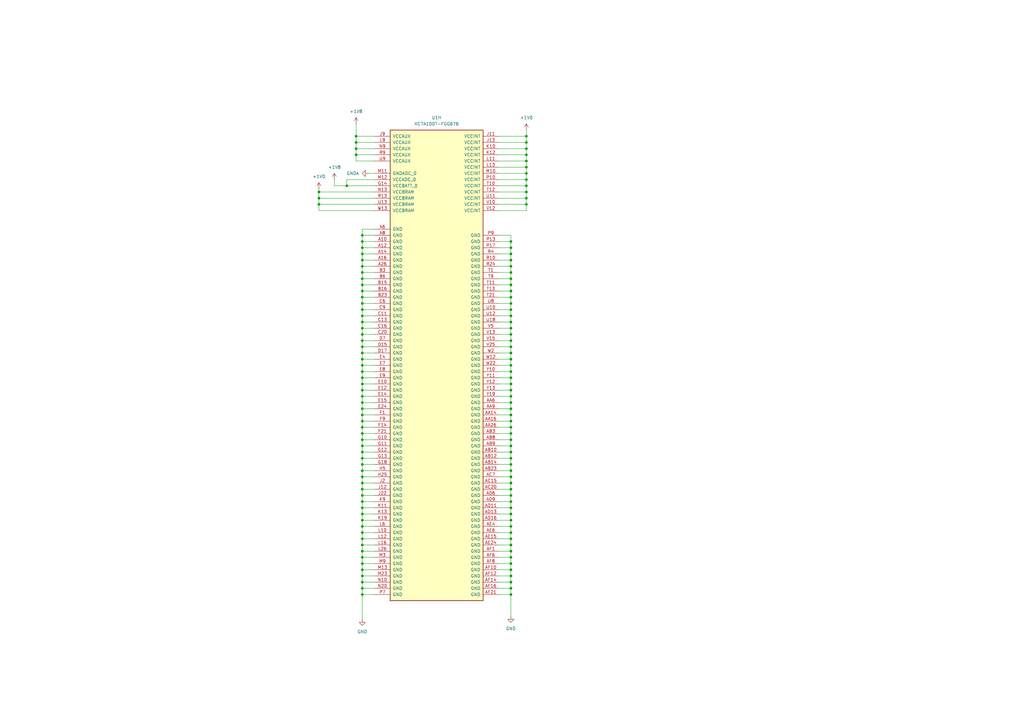
<source format=kicad_sch>
(kicad_sch (version 20231120) (generator "eeschema") (generator_version "8.0")
  (paper "A3")
  (junction (at 209.55 121.92))
  (junction (at 209.55 129.54))
  (junction (at 209.55 241.3))
  (junction (at 148.59 243.84))
  (junction (at 146.05 58.42))
  (junction (at 209.55 231.14))
  (junction (at 148.59 127))
  (junction (at 209.55 175.26))
  (junction (at 148.59 200.66))
  (junction (at 209.55 160.02))
  (junction (at 209.55 228.6))
  (junction (at 130.81 81.28))
  (junction (at 209.55 218.44))
  (junction (at 209.55 167.64))
  (junction (at 209.55 233.68))
  (junction (at 215.9 73.66))
  (junction (at 215.9 81.28))
  (junction (at 148.59 116.84))
  (junction (at 215.9 76.2))
  (junction (at 146.05 60.96))
  (junction (at 209.55 139.7))
  (junction (at 148.59 142.24))
  (junction (at 148.59 132.08))
  (junction (at 148.59 177.8))
  (junction (at 215.9 78.74))
  (junction (at 148.59 223.52))
  (junction (at 148.59 213.36))
  (junction (at 148.59 109.22))
  (junction (at 215.9 68.58))
  (junction (at 148.59 215.9))
  (junction (at 209.55 111.76))
  (junction (at 146.05 55.88))
  (junction (at 209.55 132.08))
  (junction (at 209.55 119.38))
  (junction (at 148.59 152.4))
  (junction (at 209.55 200.66))
  (junction (at 209.55 104.14))
  (junction (at 209.55 236.22))
  (junction (at 148.59 104.14))
  (junction (at 209.55 238.76))
  (junction (at 148.59 144.78))
  (junction (at 209.55 165.1))
  (junction (at 148.59 170.18))
  (junction (at 148.59 137.16))
  (junction (at 209.55 185.42))
  (junction (at 209.55 198.12))
  (junction (at 209.55 157.48))
  (junction (at 209.55 193.04))
  (junction (at 215.9 55.88))
  (junction (at 209.55 162.56))
  (junction (at 215.9 66.04))
  (junction (at 148.59 167.64))
  (junction (at 148.59 187.96))
  (junction (at 209.55 177.8))
  (junction (at 148.59 180.34))
  (junction (at 148.59 119.38))
  (junction (at 148.59 241.3))
  (junction (at 148.59 203.2))
  (junction (at 148.59 154.94))
  (junction (at 209.55 215.9))
  (junction (at 148.59 139.7))
  (junction (at 209.55 142.24))
  (junction (at 148.59 226.06))
  (junction (at 148.59 172.72))
  (junction (at 148.59 238.76))
  (junction (at 142.24 76.2))
  (junction (at 148.59 157.48))
  (junction (at 209.55 205.74))
  (junction (at 209.55 210.82))
  (junction (at 148.59 121.92))
  (junction (at 209.55 101.6))
  (junction (at 148.59 124.46))
  (junction (at 148.59 182.88))
  (junction (at 209.55 226.06))
  (junction (at 209.55 109.22))
  (junction (at 209.55 208.28))
  (junction (at 209.55 124.46))
  (junction (at 215.9 71.12))
  (junction (at 148.59 175.26))
  (junction (at 148.59 106.68))
  (junction (at 209.55 114.3))
  (junction (at 148.59 218.44))
  (junction (at 209.55 154.94))
  (junction (at 148.59 160.02))
  (junction (at 209.55 220.98))
  (junction (at 209.55 203.2))
  (junction (at 209.55 147.32))
  (junction (at 209.55 127))
  (junction (at 209.55 187.96))
  (junction (at 209.55 170.18))
  (junction (at 148.59 231.14))
  (junction (at 148.59 162.56))
  (junction (at 148.59 96.52))
  (junction (at 209.55 137.16))
  (junction (at 148.59 220.98))
  (junction (at 209.55 213.36))
  (junction (at 215.9 58.42))
  (junction (at 209.55 144.78))
  (junction (at 209.55 190.5))
  (junction (at 148.59 149.86))
  (junction (at 130.81 78.74))
  (junction (at 148.59 134.62))
  (junction (at 148.59 129.54))
  (junction (at 148.59 205.74))
  (junction (at 148.59 190.5))
  (junction (at 148.59 111.76))
  (junction (at 209.55 106.68))
  (junction (at 209.55 99.06))
  (junction (at 209.55 180.34))
  (junction (at 209.55 116.84))
  (junction (at 148.59 195.58))
  (junction (at 146.05 63.5))
  (junction (at 148.59 208.28))
  (junction (at 130.81 83.82))
  (junction (at 148.59 99.06))
  (junction (at 215.9 63.5))
  (junction (at 209.55 243.84))
  (junction (at 148.59 233.68))
  (junction (at 209.55 152.4))
  (junction (at 148.59 165.1))
  (junction (at 148.59 101.6))
  (junction (at 148.59 228.6))
  (junction (at 148.59 114.3))
  (junction (at 209.55 223.52))
  (junction (at 209.55 172.72))
  (junction (at 148.59 198.12))
  (junction (at 148.59 210.82))
  (junction (at 215.9 60.96))
  (junction (at 148.59 193.04))
  (junction (at 209.55 182.88))
  (junction (at 148.59 147.32))
  (junction (at 215.9 83.82))
  (junction (at 148.59 236.22))
  (junction (at 148.59 185.42))
  (junction (at 209.55 195.58))
  (junction (at 209.55 134.62))
  (junction (at 209.55 149.86))
  (wire (pts (xy 148.59 96.52) (xy 153.67 96.52)))
  (wire (pts (xy 153.67 93.98) (xy 148.59 93.98)))
  (wire (pts (xy 209.55 106.68) (xy 209.55 104.14)))
  (wire (pts (xy 148.59 99.06) (xy 153.67 99.06)))
  (wire (pts (xy 148.59 165.1) (xy 148.59 167.64)))
  (wire (pts (xy 204.47 101.6) (xy 209.55 101.6)))
  (wire (pts (xy 153.67 129.54) (xy 148.59 129.54)))
  (wire (pts (xy 204.47 119.38) (xy 209.55 119.38)))
  (wire (pts (xy 204.47 139.7) (xy 209.55 139.7)))
  (wire (pts (xy 148.59 116.84) (xy 148.59 119.38)))
  (wire (pts (xy 204.47 142.24) (xy 209.55 142.24)))
  (wire (pts (xy 209.55 231.14) (xy 209.55 228.6)))
  (wire (pts (xy 148.59 111.76) (xy 148.59 114.3)))
  (wire (pts (xy 153.67 66.04) (xy 146.05 66.04)))
  (wire (pts (xy 148.59 210.82) (xy 148.59 213.36)))
  (wire (pts (xy 209.55 220.98) (xy 209.55 218.44)))
  (wire (pts (xy 204.47 165.1) (xy 209.55 165.1)))
  (wire (pts (xy 204.47 182.88) (xy 209.55 182.88)))
  (wire (pts (xy 148.59 101.6) (xy 153.67 101.6)))
  (wire (pts (xy 148.59 172.72) (xy 148.59 175.26)))
  (wire (pts (xy 153.67 208.28) (xy 148.59 208.28)))
  (wire (pts (xy 148.59 157.48) (xy 148.59 160.02)))
  (wire (pts (xy 204.47 213.36) (xy 209.55 213.36)))
  (wire (pts (xy 209.55 226.06) (xy 209.55 223.52)))
  (wire (pts (xy 209.55 213.36) (xy 209.55 210.82)))
  (wire (pts (xy 148.59 127) (xy 153.67 127)))
  (wire (pts (xy 204.47 83.82) (xy 215.9 83.82)))
  (wire (pts (xy 148.59 167.64) (xy 148.59 170.18)))
  (wire (pts (xy 204.47 114.3) (xy 209.55 114.3)))
  (wire (pts (xy 209.55 165.1) (xy 209.55 162.56)))
  (wire (pts (xy 209.55 127) (xy 209.55 124.46)))
  (wire (pts (xy 204.47 203.2) (xy 209.55 203.2)))
  (wire (pts (xy 215.9 55.88) (xy 215.9 53.34)))
  (wire (pts (xy 209.55 124.46) (xy 209.55 121.92)))
  (wire (pts (xy 148.59 104.14) (xy 148.59 106.68)))
  (wire (pts (xy 204.47 175.26) (xy 209.55 175.26)))
  (wire (pts (xy 130.81 81.28) (xy 153.67 81.28)))
  (wire (pts (xy 209.55 170.18) (xy 209.55 167.64)))
  (wire (pts (xy 204.47 106.68) (xy 209.55 106.68)))
  (wire (pts (xy 204.47 223.52) (xy 209.55 223.52)))
  (wire (pts (xy 130.81 83.82) (xy 153.67 83.82)))
  (wire (pts (xy 148.59 129.54) (xy 148.59 132.08)))
  (wire (pts (xy 137.16 73.66) (xy 137.16 76.2)))
  (wire (pts (xy 148.59 205.74) (xy 148.59 208.28)))
  (wire (pts (xy 148.59 198.12) (xy 148.59 200.66)))
  (wire (pts (xy 148.59 106.68) (xy 153.67 106.68)))
  (wire (pts (xy 148.59 187.96) (xy 148.59 190.5)))
  (wire (pts (xy 146.05 63.5) (xy 146.05 60.96)))
  (wire (pts (xy 209.55 152.4) (xy 209.55 149.86)))
  (wire (pts (xy 148.59 182.88) (xy 153.67 182.88)))
  (wire (pts (xy 148.59 177.8) (xy 153.67 177.8)))
  (wire (pts (xy 148.59 198.12) (xy 153.67 198.12)))
  (wire (pts (xy 215.9 71.12) (xy 215.9 68.58)))
  (wire (pts (xy 204.47 193.04) (xy 209.55 193.04)))
  (wire (pts (xy 204.47 218.44) (xy 209.55 218.44)))
  (wire (pts (xy 209.55 111.76) (xy 209.55 109.22)))
  (wire (pts (xy 148.59 152.4) (xy 153.67 152.4)))
  (wire (pts (xy 204.47 132.08) (xy 209.55 132.08)))
  (wire (pts (xy 204.47 137.16) (xy 209.55 137.16)))
  (wire (pts (xy 148.59 144.78) (xy 153.67 144.78)))
  (wire (pts (xy 204.47 144.78) (xy 209.55 144.78)))
  (wire (pts (xy 148.59 236.22) (xy 148.59 238.76)))
  (wire (pts (xy 209.55 238.76) (xy 209.55 236.22)))
  (wire (pts (xy 148.59 195.58) (xy 153.67 195.58)))
  (wire (pts (xy 153.67 55.88) (xy 146.05 55.88)))
  (wire (pts (xy 148.59 170.18) (xy 148.59 172.72)))
  (wire (pts (xy 148.59 132.08) (xy 148.59 134.62)))
  (wire (pts (xy 209.55 121.92) (xy 209.55 119.38)))
  (wire (pts (xy 209.55 142.24) (xy 209.55 139.7)))
  (wire (pts (xy 204.47 73.66) (xy 215.9 73.66)))
  (wire (pts (xy 153.67 238.76) (xy 148.59 238.76)))
  (wire (pts (xy 209.55 119.38) (xy 209.55 116.84)))
  (wire (pts (xy 130.81 77.47) (xy 130.81 78.74)))
  (wire (pts (xy 209.55 101.6) (xy 209.55 99.06)))
  (wire (pts (xy 204.47 55.88) (xy 215.9 55.88)))
  (wire (pts (xy 146.05 55.88) (xy 146.05 50.8)))
  (wire (pts (xy 148.59 114.3) (xy 153.67 114.3)))
  (wire (pts (xy 148.59 96.52) (xy 148.59 99.06)))
  (wire (pts (xy 209.55 162.56) (xy 209.55 160.02)))
  (wire (pts (xy 204.47 66.04) (xy 215.9 66.04)))
  (wire (pts (xy 148.59 132.08) (xy 153.67 132.08)))
  (wire (pts (xy 148.59 147.32) (xy 148.59 149.86)))
  (wire (pts (xy 204.47 109.22) (xy 209.55 109.22)))
  (wire (pts (xy 153.67 228.6) (xy 148.59 228.6)))
  (wire (pts (xy 204.47 160.02) (xy 209.55 160.02)))
  (wire (pts (xy 153.67 157.48) (xy 148.59 157.48)))
  (wire (pts (xy 148.59 99.06) (xy 148.59 101.6)))
  (wire (pts (xy 153.67 121.92) (xy 148.59 121.92)))
  (wire (pts (xy 209.55 132.08) (xy 209.55 129.54)))
  (wire (pts (xy 209.55 109.22) (xy 209.55 106.68)))
  (wire (pts (xy 209.55 99.06) (xy 209.55 96.52)))
  (wire (pts (xy 204.47 185.42) (xy 209.55 185.42)))
  (wire (pts (xy 148.59 165.1) (xy 153.67 165.1)))
  (wire (pts (xy 137.16 76.2) (xy 142.24 76.2)))
  (wire (pts (xy 215.9 66.04) (xy 215.9 63.5)))
  (wire (pts (xy 209.55 185.42) (xy 209.55 182.88)))
  (wire (pts (xy 148.59 127) (xy 148.59 129.54)))
  (wire (pts (xy 148.59 152.4) (xy 148.59 154.94)))
  (wire (pts (xy 204.47 241.3) (xy 209.55 241.3)))
  (wire (pts (xy 209.55 167.64) (xy 209.55 165.1)))
  (wire (pts (xy 209.55 149.86) (xy 209.55 147.32)))
  (wire (pts (xy 148.59 241.3) (xy 148.59 243.84)))
  (wire (pts (xy 153.67 215.9) (xy 148.59 215.9)))
  (wire (pts (xy 148.59 142.24) (xy 153.67 142.24)))
  (wire (pts (xy 209.55 157.48) (xy 209.55 154.94)))
  (wire (pts (xy 148.59 177.8) (xy 148.59 180.34)))
  (wire (pts (xy 148.59 231.14) (xy 148.59 233.68)))
  (wire (pts (xy 204.47 190.5) (xy 209.55 190.5)))
  (wire (pts (xy 146.05 60.96) (xy 146.05 58.42)))
  (wire (pts (xy 209.55 218.44) (xy 209.55 215.9)))
  (wire (pts (xy 204.47 154.94) (xy 209.55 154.94)))
  (wire (pts (xy 142.24 76.2) (xy 153.67 76.2)))
  (wire (pts (xy 148.59 175.26) (xy 148.59 177.8)))
  (wire (pts (xy 209.55 182.88) (xy 209.55 180.34)))
  (wire (pts (xy 148.59 114.3) (xy 148.59 116.84)))
  (wire (pts (xy 204.47 231.14) (xy 209.55 231.14)))
  (wire (pts (xy 209.55 243.84) (xy 209.55 241.3)))
  (wire (pts (xy 148.59 147.32) (xy 153.67 147.32)))
  (wire (pts (xy 209.55 233.68) (xy 209.55 231.14)))
  (wire (pts (xy 148.59 220.98) (xy 148.59 223.52)))
  (wire (pts (xy 148.59 243.84) (xy 148.59 254)))
  (wire (pts (xy 209.55 203.2) (xy 209.55 200.66)))
  (wire (pts (xy 153.67 241.3) (xy 148.59 241.3)))
  (wire (pts (xy 142.24 73.66) (xy 142.24 76.2)))
  (wire (pts (xy 209.55 193.04) (xy 209.55 190.5)))
  (wire (pts (xy 148.59 162.56) (xy 148.59 165.1)))
  (wire (pts (xy 130.81 81.28) (xy 130.81 83.82)))
  (wire (pts (xy 148.59 109.22) (xy 148.59 111.76)))
  (wire (pts (xy 204.47 81.28) (xy 215.9 81.28)))
  (wire (pts (xy 148.59 200.66) (xy 153.67 200.66)))
  (wire (pts (xy 148.59 170.18) (xy 153.67 170.18)))
  (wire (pts (xy 204.47 127) (xy 209.55 127)))
  (wire (pts (xy 209.55 129.54) (xy 209.55 127)))
  (wire (pts (xy 153.67 205.74) (xy 148.59 205.74)))
  (wire (pts (xy 204.47 63.5) (xy 215.9 63.5)))
  (wire (pts (xy 204.47 167.64) (xy 209.55 167.64)))
  (wire (pts (xy 148.59 134.62) (xy 148.59 137.16)))
  (wire (pts (xy 148.59 160.02) (xy 153.67 160.02)))
  (wire (pts (xy 209.55 205.74) (xy 209.55 203.2)))
  (wire (pts (xy 148.59 154.94) (xy 153.67 154.94)))
  (wire (pts (xy 148.59 119.38) (xy 148.59 121.92)))
  (wire (pts (xy 146.05 66.04) (xy 146.05 63.5)))
  (wire (pts (xy 148.59 101.6) (xy 148.59 104.14)))
  (wire (pts (xy 204.47 58.42) (xy 215.9 58.42)))
  (wire (pts (xy 148.59 149.86) (xy 153.67 149.86)))
  (wire (pts (xy 151.13 71.12) (xy 153.67 71.12)))
  (wire (pts (xy 209.55 228.6) (xy 209.55 226.06)))
  (wire (pts (xy 209.55 96.52) (xy 204.47 96.52)))
  (wire (pts (xy 148.59 142.24) (xy 148.59 144.78)))
  (wire (pts (xy 204.47 60.96) (xy 215.9 60.96)))
  (wire (pts (xy 215.9 78.74) (xy 215.9 76.2)))
  (wire (pts (xy 204.47 200.66) (xy 209.55 200.66)))
  (wire (pts (xy 148.59 195.58) (xy 148.59 198.12)))
  (wire (pts (xy 153.67 58.42) (xy 146.05 58.42)))
  (wire (pts (xy 204.47 172.72) (xy 209.55 172.72)))
  (wire (pts (xy 148.59 119.38) (xy 153.67 119.38)))
  (wire (pts (xy 153.67 60.96) (xy 146.05 60.96)))
  (wire (pts (xy 148.59 228.6) (xy 148.59 231.14)))
  (wire (pts (xy 153.67 226.06) (xy 148.59 226.06)))
  (wire (pts (xy 209.55 177.8) (xy 209.55 175.26)))
  (wire (pts (xy 130.81 78.74) (xy 153.67 78.74)))
  (wire (pts (xy 148.59 203.2) (xy 148.59 205.74)))
  (wire (pts (xy 209.55 139.7) (xy 209.55 137.16)))
  (wire (pts (xy 148.59 137.16) (xy 148.59 139.7)))
  (wire (pts (xy 209.55 210.82) (xy 209.55 208.28)))
  (wire (pts (xy 153.67 203.2) (xy 148.59 203.2)))
  (wire (pts (xy 209.55 190.5) (xy 209.55 187.96)))
  (wire (pts (xy 148.59 185.42) (xy 148.59 187.96)))
  (wire (pts (xy 204.47 134.62) (xy 209.55 134.62)))
  (wire (pts (xy 148.59 233.68) (xy 148.59 236.22)))
  (wire (pts (xy 209.55 172.72) (xy 209.55 170.18)))
  (wire (pts (xy 148.59 208.28) (xy 148.59 210.82)))
  (wire (pts (xy 204.47 215.9) (xy 209.55 215.9)))
  (wire (pts (xy 148.59 226.06) (xy 148.59 228.6)))
  (wire (pts (xy 204.47 129.54) (xy 209.55 129.54)))
  (wire (pts (xy 153.67 223.52) (xy 148.59 223.52)))
  (wire (pts (xy 209.55 236.22) (xy 209.55 233.68)))
  (wire (pts (xy 148.59 144.78) (xy 148.59 147.32)))
  (wire (pts (xy 148.59 213.36) (xy 148.59 215.9)))
  (wire (pts (xy 209.55 114.3) (xy 209.55 111.76)))
  (wire (pts (xy 204.47 111.76) (xy 209.55 111.76)))
  (wire (pts (xy 148.59 160.02) (xy 148.59 162.56)))
  (wire (pts (xy 148.59 190.5) (xy 148.59 193.04)))
  (wire (pts (xy 215.9 63.5) (xy 215.9 60.96)))
  (wire (pts (xy 204.47 238.76) (xy 209.55 238.76)))
  (wire (pts (xy 148.59 116.84) (xy 153.67 116.84)))
  (wire (pts (xy 204.47 220.98) (xy 209.55 220.98)))
  (wire (pts (xy 148.59 139.7) (xy 153.67 139.7)))
  (wire (pts (xy 215.9 83.82) (xy 215.9 81.28)))
  (wire (pts (xy 209.55 215.9) (xy 209.55 213.36)))
  (wire (pts (xy 204.47 187.96) (xy 209.55 187.96)))
  (wire (pts (xy 148.59 104.14) (xy 153.67 104.14)))
  (wire (pts (xy 204.47 210.82) (xy 209.55 210.82)))
  (wire (pts (xy 204.47 68.58) (xy 215.9 68.58)))
  (wire (pts (xy 209.55 144.78) (xy 209.55 142.24)))
  (wire (pts (xy 153.67 63.5) (xy 146.05 63.5)))
  (wire (pts (xy 204.47 198.12) (xy 209.55 198.12)))
  (wire (pts (xy 204.47 208.28) (xy 209.55 208.28)))
  (wire (pts (xy 148.59 182.88) (xy 148.59 185.42)))
  (wire (pts (xy 148.59 106.68) (xy 148.59 109.22)))
  (wire (pts (xy 148.59 215.9) (xy 148.59 218.44)))
  (wire (pts (xy 153.67 220.98) (xy 148.59 220.98)))
  (wire (pts (xy 204.47 157.48) (xy 209.55 157.48)))
  (wire (pts (xy 209.55 134.62) (xy 209.55 132.08)))
  (wire (pts (xy 153.67 233.68) (xy 148.59 233.68)))
  (wire (pts (xy 148.59 193.04) (xy 153.67 193.04)))
  (wire (pts (xy 130.81 86.36) (xy 153.67 86.36)))
  (wire (pts (xy 209.55 116.84) (xy 209.55 114.3)))
  (wire (pts (xy 148.59 137.16) (xy 153.67 137.16)))
  (wire (pts (xy 204.47 170.18) (xy 209.55 170.18)))
  (wire (pts (xy 204.47 124.46) (xy 209.55 124.46)))
  (wire (pts (xy 148.59 124.46) (xy 148.59 127)))
  (wire (pts (xy 209.55 198.12) (xy 209.55 195.58)))
  (wire (pts (xy 209.55 252.73) (xy 209.55 243.84)))
  (wire (pts (xy 148.59 238.76) (xy 148.59 241.3)))
  (wire (pts (xy 209.55 180.34) (xy 209.55 177.8)))
  (wire (pts (xy 148.59 111.76) (xy 153.67 111.76)))
  (wire (pts (xy 148.59 223.52) (xy 148.59 226.06)))
  (wire (pts (xy 204.47 104.14) (xy 209.55 104.14)))
  (wire (pts (xy 209.55 187.96) (xy 209.55 185.42)))
  (wire (pts (xy 148.59 193.04) (xy 148.59 195.58)))
  (wire (pts (xy 215.9 58.42) (xy 215.9 55.88)))
  (wire (pts (xy 153.67 231.14) (xy 148.59 231.14)))
  (wire (pts (xy 148.59 121.92) (xy 148.59 124.46)))
  (wire (pts (xy 209.55 154.94) (xy 209.55 152.4)))
  (wire (pts (xy 204.47 149.86) (xy 209.55 149.86)))
  (wire (pts (xy 215.9 68.58) (xy 215.9 66.04)))
  (wire (pts (xy 215.9 76.2) (xy 215.9 73.66)))
  (wire (pts (xy 209.55 137.16) (xy 209.55 134.62)))
  (wire (pts (xy 215.9 60.96) (xy 215.9 58.42)))
  (wire (pts (xy 148.59 109.22) (xy 153.67 109.22)))
  (wire (pts (xy 204.47 76.2) (xy 215.9 76.2)))
  (wire (pts (xy 204.47 177.8) (xy 209.55 177.8)))
  (wire (pts (xy 204.47 152.4) (xy 209.55 152.4)))
  (wire (pts (xy 153.67 243.84) (xy 148.59 243.84)))
  (wire (pts (xy 148.59 175.26) (xy 153.67 175.26)))
  (wire (pts (xy 209.55 160.02) (xy 209.55 157.48)))
  (wire (pts (xy 148.59 134.62) (xy 153.67 134.62)))
  (wire (pts (xy 204.47 236.22) (xy 209.55 236.22)))
  (wire (pts (xy 215.9 73.66) (xy 215.9 71.12)))
  (wire (pts (xy 148.59 154.94) (xy 148.59 157.48)))
  (wire (pts (xy 148.59 124.46) (xy 153.67 124.46)))
  (wire (pts (xy 148.59 162.56) (xy 153.67 162.56)))
  (wire (pts (xy 130.81 83.82) (xy 130.81 86.36)))
  (wire (pts (xy 148.59 185.42) (xy 153.67 185.42)))
  (wire (pts (xy 148.59 172.72) (xy 153.67 172.72)))
  (wire (pts (xy 204.47 226.06) (xy 209.55 226.06)))
  (wire (pts (xy 209.55 104.14) (xy 209.55 101.6)))
  (wire (pts (xy 130.81 78.74) (xy 130.81 81.28)))
  (wire (pts (xy 204.47 205.74) (xy 209.55 205.74)))
  (wire (pts (xy 209.55 175.26) (xy 209.55 172.72)))
  (wire (pts (xy 204.47 99.06) (xy 209.55 99.06)))
  (wire (pts (xy 148.59 180.34) (xy 148.59 182.88)))
  (wire (pts (xy 209.55 223.52) (xy 209.55 220.98)))
  (wire (pts (xy 153.67 73.66) (xy 142.24 73.66)))
  (wire (pts (xy 209.55 200.66) (xy 209.55 198.12)))
  (wire (pts (xy 204.47 78.74) (xy 215.9 78.74)))
  (wire (pts (xy 209.55 147.32) (xy 209.55 144.78)))
  (wire (pts (xy 204.47 243.84) (xy 209.55 243.84)))
  (wire (pts (xy 153.67 218.44) (xy 148.59 218.44)))
  (wire (pts (xy 148.59 149.86) (xy 148.59 152.4)))
  (wire (pts (xy 209.55 195.58) (xy 209.55 193.04)))
  (wire (pts (xy 204.47 121.92) (xy 209.55 121.92)))
  (wire (pts (xy 146.05 58.42) (xy 146.05 55.88)))
  (wire (pts (xy 148.59 93.98) (xy 148.59 96.52)))
  (wire (pts (xy 204.47 71.12) (xy 215.9 71.12)))
  (wire (pts (xy 148.59 180.34) (xy 153.67 180.34)))
  (wire (pts (xy 215.9 81.28) (xy 215.9 78.74)))
  (wire (pts (xy 148.59 139.7) (xy 148.59 142.24)))
  (wire (pts (xy 204.47 86.36) (xy 215.9 86.36)))
  (wire (pts (xy 148.59 190.5) (xy 153.67 190.5)))
  (wire (pts (xy 204.47 162.56) (xy 209.55 162.56)))
  (wire (pts (xy 148.59 218.44) (xy 148.59 220.98)))
  (wire (pts (xy 204.47 228.6) (xy 209.55 228.6)))
  (wire (pts (xy 215.9 86.36) (xy 215.9 83.82)))
  (wire (pts (xy 204.47 233.68) (xy 209.55 233.68)))
  (wire (pts (xy 153.67 213.36) (xy 148.59 213.36)))
  (wire (pts (xy 148.59 187.96) (xy 153.67 187.96)))
  (wire (pts (xy 204.47 180.34) (xy 209.55 180.34)))
  (wire (pts (xy 204.47 195.58) (xy 209.55 195.58)))
  (wire (pts (xy 209.55 208.28) (xy 209.55 205.74)))
  (wire (pts (xy 148.59 167.64) (xy 153.67 167.64)))
  (wire (pts (xy 204.47 116.84) (xy 209.55 116.84)))
  (wire (pts (xy 153.67 236.22) (xy 148.59 236.22)))
  (wire (pts (xy 148.59 200.66) (xy 148.59 203.2)))
  (wire (pts (xy 209.55 241.3) (xy 209.55 238.76)))
  (wire (pts (xy 204.47 147.32) (xy 209.55 147.32)))
  (wire (pts (xy 153.67 210.82) (xy 148.59 210.82)))
  (symbol (lib_id "power:+1V8") (at 146.05 50.8 0) (unit 1)
    (property "Reference" "#PWR014" (effects (hide yes)))
    (property "Value" "+1V8" (at 146.05 45.72 0))
    (property "Description" "Power symbol creates a global label with name \"+1V8\"" (effects (hide yes)))
  )
  (symbol (lib_id "power:+1V0") (at 130.81 77.47 0) (unit 1)
    (property "Reference" "#PWR015" (effects (hide yes)))
    (property "Value" "+1V0" (at 130.81 72.39 0))
    (property "Description" "Power symbol creates a global label with name \"+1V0\"" (effects (hide yes)))
  )
  (symbol (lib_id "power:GND") (at 209.55 252.73 0) (unit 1)
    (property "Reference" "#PWR02" (effects (hide yes)))
    (property "Value" "GND" (at 209.55 257.81 0))
    (property "Description" "Power symbol creates a global label with name \"GND\" , ground" (effects (hide yes)))
  )
  (symbol (lib_id "power:GNDA") (at 151.13 71.12 270) (unit 1)
    (property "Reference" "#PWR017" (effects (hide yes)))
    (property "Value" "GNDA" (at 147.32 71.1199 90) (effects (justify right)))
    (property "Description" "Power symbol creates a global label with name \"GNDA\" , analog ground" (effects (hide yes)))
  )
  (symbol (lib_id "power:+1V8") (at 137.16 73.66 0) (unit 1)
    (property "Reference" "#PWR016" (effects (hide yes)))
    (property "Value" "+1V8" (at 137.16 68.58 0))
    (property "Description" "Power symbol creates a global label with name \"+1V8\"" (effects (hide yes)))
  )
  (symbol (lib_id "power:GND") (at 148.59 254 0) (unit 1)
    (property "Reference" "#PWR01" (effects (hide yes)))
    (property "Value" "GND" (at 148.59 259.08 0))
    (property "Description" "Power symbol creates a global label with name \"GND\" , ground" (effects (hide yes)))
  )
  (symbol (lib_id "power:+1V0") (at 215.9 53.34 0) (unit 1)
    (property "Reference" "#PWR013" (effects (hide yes)))
    (property "Value" "+1V0" (at 215.9 48.26 0))
    (property "Description" "Power symbol creates a global label with name \"+1V0\"" (effects (hide yes)))
  )
  (symbol (lib_id "FPGA_Xilinx_Artix7:XC7A100T-FGG676") (at 179.07 149.86 0) (unit 8)
    (property "Reference" "U1" (at 179.07 48.26 0))
    (property "Value" "XC7A100T-FGG676" (at 179.07 50.8 0))
    (property "Description" "Artix 7 T 100 XC7A100T-FGG676" (effects (hide yes)))
  )
)
</source>
